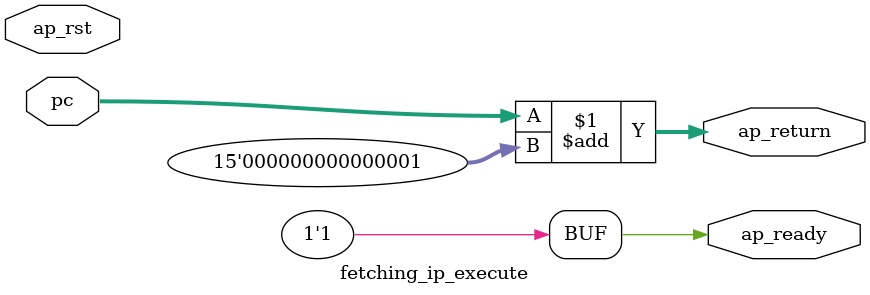
<source format=v>

`timescale 1 ns / 1 ps 

module fetching_ip_execute (
        ap_ready,
        pc,
        ap_return,
        ap_rst
);


output   ap_ready;
input  [14:0] pc;
output  [14:0] ap_return;
input   ap_rst;

assign ap_ready = 1'b1;

assign ap_return = (pc + 15'd1);

endmodule //fetching_ip_execute

</source>
